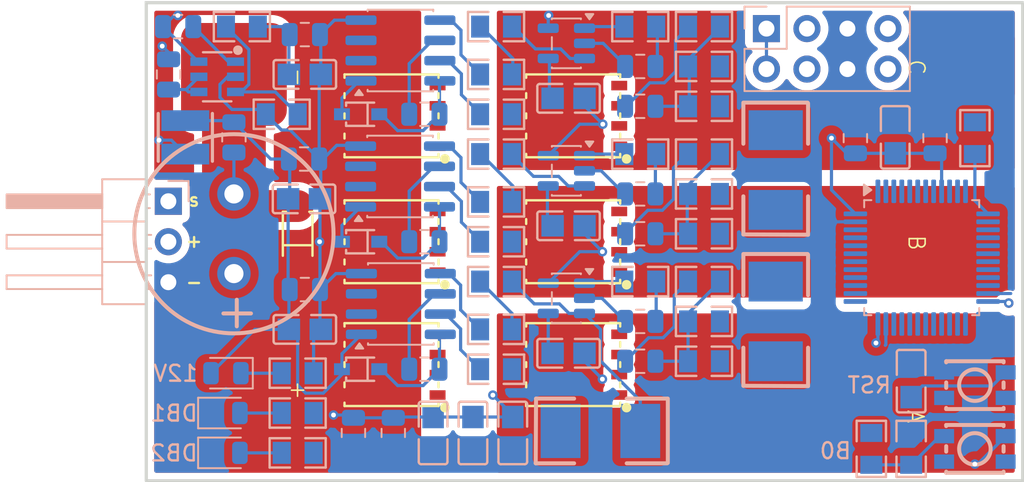
<source format=kicad_pcb>
(kicad_pcb (version 20241229) (generator "pcbnew") (generator_version "9.0")
  (layers (0 "F.Cu" jumper) (4 "In1.Cu" signal) (6 "In2.Cu" signal) (2 "B.Cu" power) (13 "F.Paste" user) (15 "B.Paste" user) (5 "F.SilkS" user "F.Silkscreen") (7 "B.SilkS" user "B.Silkscreen") (1 "F.Mask" user) (3 "B.Mask" user) (25 "Edge.Cuts" user))
  (net 0 "")
  (net 1 "/ESC1/-ESC")
  (net 2 "/ESC1/+ESC")
  (net 3 "/ESC1/+12V")
  (net 4 "Net-(BOOT0_SW1-Pad2)")
  (net 5 "/ESC1/+3V3MCU")
  (net 6 "Net-(D8-K)")
  (net 7 "/ESC1/A_Phase")
  (net 8 "/ESC1/MCU_AI")
  (net 9 "Net-(U8-GND)")
  (net 10 "Net-(C19-Pad2)")
  (net 11 "/ESC1/B_Phase")
  (net 12 "Net-(D10-K)")
  (net 13 "Net-(C25-Pad2)")
  (net 14 "/ESC1/MCU_BI")
  (net 15 "Net-(U4-GND)")
  (net 16 "/ESC1/-3V3MCU")
  (net 17 "/ESC1/NRST")
  (net 18 "Net-(D12-K)")
  (net 19 "/ESC1/C_Phase")
  (net 20 "Net-(C49-Pad2)")
  (net 21 "/ESC1/MCU_CI")
  (net 22 "Net-(U9-GND)")
  (net 23 "Net-(D14-A)")
  (net 24 "Net-(D15-A)")
  (net 25 "Net-(D17-K)")
  (net 26 "/ESC1/SIG_ESC")
  (net 27 "Net-(NMOS1-G)")
  (net 28 "Net-(NMOS2-S)")
  (net 29 "Net-(NMOS2-G)")
  (net 30 "Net-(NMOS3-G)")
  (net 31 "Net-(NMOS4-G)")
  (net 32 "Net-(NMOS4-S)")
  (net 33 "Net-(NMOS5-G)")
  (net 34 "Net-(NMOS6-S)")
  (net 35 "Net-(NMOS6-G)")
  (net 36 "Net-(U7-HO)")
  (net 37 "Net-(U7-LO)")
  (net 38 "Net-(R15-Pad1)")
  (net 39 "Net-(U1-HO)")
  (net 40 "Net-(U1-LO)")
  (net 41 "Net-(R22-Pad1)")
  (net 42 "Net-(U6-HO)")
  (net 43 "Net-(U6-LO)")
  (net 44 "Net-(R29-Pad1)")
  (net 45 "Net-(U13-BOOT0)")
  (net 46 "Net-(U13-PA0)")
  (net 47 "Net-(U13-PA1)")
  (net 48 "Net-(U13-PA3)")
  (net 49 "/ESC1/MCU_AFB")
  (net 50 "/ESC1/MCU_BFB")
  (net 51 "/ESC1/MCU_CFB")
  (net 52 "/ESC1/SWCLK")
  (net 54 "/ESC1/SWDIO")
  (net 55 "/ESC1/MCU_BH")
  (net 56 "/ESC1/MCU_BL")
  (net 57 "/ESC1/MCU_CH")
  (net 58 "/ESC1/MCU_CL")
  (net 59 "/ESC1/MCU_AL")
  (net 60 "/ESC1/MCU_AH")
  (net 67 "/ESC1/SWO")
  (net 82 "/ESC1/BUCK_FB")
  (net 83 "/ESC1/BUCK_SW")
  (net 84 "Net-(12V_SD1-EN)")
  (net 85 "Net-(12V_SD1-CB)")
  (footprint "easyeda2kicad:DFN-8_L5.9-W5.2-P1.27-LS6.2-BL" (layer "F.Cu") (at 48.26 145.21 90)
    (property "Reference" "NMOS2" (hide yes))
    (property "Value" "HYG025N06LS1C2" (hide yes))
  )
  (footprint "easyeda2kicad:SOD-123FL_L2.7-W1.8-LS3.8-RD" (layer "F.Cu") (at 31 137 90)
    (property "Reference" "TVS1" (hide yes))
    (property "Value" "SMF30A" (hide yes))
  )
  (footprint "easyeda2kicad:DFN-8_L5.9-W5.2-P1.27-LS6.2-BL" (layer "F.Cu") (at 36.86 145.21 90)
    (property "Reference" "NMOS1" (hide yes))
    (property "Value" "HYG025N06LS1C2" (hide yes))
  )
  (footprint "easyeda2kicad:DFN-8_L5.9-W5.2-P1.27-LS6.2-BL" (layer "F.Cu") (at 48.26 137.5 90)
    (property "Reference" "NMOS4" (hide yes))
    (property "Value" "HYG025N06LS1C2" (hide yes))
  )
  (footprint "CustomFPs:Battery Inputs" (layer "F.Cu") (at 27 137 90)
    (property "Reference" "J3" (hide yes))
    (property "Value" "Pad Terminals" (hide yes))
  )
  (footprint "easyeda2kicad:DFN-8_L5.9-W5.2-P1.27-LS6.2-BL" (layer "F.Cu") (at 36.86 137.5 90)
    (property "Reference" "NMOS3" (hide yes))
    (property "Value" "HYG025N06LS1C2" (hide yes))
  )
  (footprint "easyeda2kicad:DFN-8_L5.9-W5.2-P1.27-LS6.2-BL" (layer "F.Cu") (at 36.86 129.6 90)
    (property "Reference" "NMOS5" (hide yes))
    (property "Value" "HYG025N06LS1C2" (hide yes))
  )
  (footprint "CustomFPs:ESC Outputs" (layer "F.Cu") (at 73.4325 137.4762 90)
    (property "Reference" "J2" (hide yes))
    (property "Value" "Phase Outputs" (hide yes))
  )
  (footprint "easyeda2kicad:DFN-8_L5.9-W5.2-P1.27-LS6.2-BL" (layer "F.Cu") (at 48.26 129.6 90)
    (property "Reference" "NMOS6" (hide yes))
    (property "Value" "HYG025N06LS1C2" (hide yes))
  )
  (footprint "easyeda2kicad:CAP-TH_BD12.5-P5.00-D0.6-FD" (layer "B.Cu") (at 27 137 90)
    (property "Reference" "C30" (hide yes))
    (property "Value" "1000u")
  )
  (footprint "easyeda2kicad:C0805" (layer "B.Cu") (at 39.5 149.5 -90)
    (property "Reference" "C33" (hide yes))
    (property "Value" "100n" (hide yes))
  )
  (footprint "Package_QFP:LQFP-48_7x7mm_P0.5mm" (layer "B.Cu") (at 70.1625 138.5 -90)
    (property "Reference" "U13" (hide yes))
    (property "Value" "STM32F3")
  )
  (footprint "Capacitor_SMD:C_0805_2012Metric" (layer "B.Cu") (at 38.95 145.5 180)
    (property "Reference" "C16" (hide yes))
    (property "Value" "1u" (hide yes))
  )
  (footprint "Capacitor_SMD:C_0805_2012Metric" (layer "B.Cu") (at 38.95 137.5 180)
    (property "Reference" "C22" (hide yes))
    (property "Value" "1u" (hide yes))
  )
  (footprint "easyeda2kicad:R0805" (layer "B.Cu") (at 27.5 124 180)
    (property "Reference" "R39" (hide yes))
    (property "Value" "243" (hide yes))
  )
  (footprint "Capacitor_SMD:C_0805_2012Metric" (layer "B.Cu") (at 71 131 90)
    (property "Reference" "C36" (hide yes))
    (property "Value" "1u" (hide yes))
  )
  (footprint "easyeda2kicad:R0805" (layer "B.Cu") (at 69.5 150.5 -90)
    (property "Reference" "R31" (hide yes))
    (property "Value" "47k" (hide yes))
  )
  (footprint "easyeda2kicad:R0805" (layer "B.Cu") (at 52.5 140)
    (property "Reference" "R15" (hide yes))
    (property "Value" "220" (hide yes))
  )
  (footprint "easyeda2kicad:R0805" (layer "B.Cu") (at 43.45 124)
    (property "Reference" "R25" (hide yes))
    (property "Value" "47k" (hide yes))
  )
  (footprint "LED_SMD:LED_0805_2012Metric" (layer "B.Cu") (at 26.4375 150.75)
    (property "Reference" "D15" (hide yes))
    (property "Value" "LED" (hide yes))
  )
  (footprint "Capacitor_SMD:C_0805_2012Metric" (layer "B.Cu") (at 52.5 129)
    (property "Reference" "C49" (hide yes))
    (property "Value" "22n" (hide yes))
  )
  (footprint "easyeda2kicad:R0805" (layer "B.Cu") (at 30 129.5 180)
    (property "Reference" "R40" (hide yes))
    (property "Value" "22.1" (hide yes))
  )
  (footprint "Capacitor_SMD:C_0805_2012Metric" (layer "B.Cu") (at 52.5 137)
    (property "Reference" "C25" (hide yes))
    (property "Value" "22n" (hide yes))
  )
  (footprint "easyeda2kicad:R0805" (layer "B.Cu") (at 43.45 140)
    (property "Reference" "R11" (hide yes))
    (property "Value" "47k" (hide yes))
  )
  (footprint "easyeda2kicad:C0805" (layer "B.Cu") (at 69.5 146.25 -90)
    (property "Reference" "C39" (hide yes))
    (property "Value" "100n" (hide yes))
  )
  (footprint "easyeda2kicad:R0805" (layer "B.Cu") (at 31 145.75)
    (property "Reference" "R35" (hide yes))
    (property "Value" "5k" (hide yes))
  )
  (footprint "easyeda2kicad:R0805" (layer "B.Cu") (at 56.5 145)
    (property "Reference" "R36" (hide yes))
    (property "Value" "220" (hide yes))
  )
  (footprint "Capacitor_SMD:C_0805_2012Metric" (layer "B.Cu") (at 52.5 126.5 180)
    (property "Reference" "C51" (hide yes))
    (property "Value" "22n" (hide yes))
  )
  (footprint "Capacitor_SMD:C_0805_2012Metric" (layer "B.Cu") (at 34.5 149.5 -90)
    (property "Reference" "C31" (hide yes))
    (property "Value" "10u" (hide yes))
  )
  (footprint "Capacitor_SMD:C_0805_2012Metric" (layer "B.Cu") (at 31.45 140.5)
    (property "Reference" "C24" (hide yes))
    (property "Value" "1u" (hide yes))
  )
  (footprint "Capacitor_SMD:C_0805_2012Metric" (layer "B.Cu") (at 38.95 129.5 180)
    (property "Reference" "C41" (hide yes))
    (property "Value" "1u" (hide yes))
  )
  (footprint "Package_TO_SOT_SMD:SOT-23-5" (layer "B.Cu") (at 47.8625 141.05 180)
    (property "Reference" "U8" (hide yes))
    (property "Value" "INA180A3" (hide yes))
  )
  (footprint "easyeda2kicad:R0805" (layer "B.Cu") (at 31 148.25 180)
    (property "Reference" "R32" (hide yes))
    (property "Value" "220" (hide yes))
  )
  (footprint "easyeda2kicad:C0805" (layer "B.Cu") (at 68.5 130.95 90)
    (property "Reference" "C37" (hide yes))
    (property "Value" "100n" (hide yes))
  )
  (footprint "easyeda2kicad:R0805" (layer "B.Cu") (at 56.5 129)
    (property "Reference" "R38" (hide yes))
    (property "Value" "220" (hide yes))
  )
  (footprint "easyeda2kicad:R0805" (layer "B.Cu") (at 43.45 129.5)
    (property "Reference" "R23" (hide yes))
    (property "Value" "10" (hide yes))
  )
  (footprint "easyeda2kicad:R0805" (layer "B.Cu") (at 43.45 135)
    (property "Reference" "R17" (hide yes))
    (property "Value" "10" (hide yes))
  )
  (footprint "Package_SO:SOIC-8_3.9x4.9mm_P1.27mm" (layer "B.Cu") (at 37.45 125.5)
    (property "Reference" "U6" (hide yes))
    (property "Value" "IRS21867S" (hide yes))
  )
  (footprint "Capacitor_SMD:C_0805_2012Metric" (layer "B.Cu") (at 66 131 90)
    (property "Reference" "C38" (hide yes))
    (property "Value" "10n" (hide yes))
  )
  (footprint "Capacitor_SMD:C_0805_2012Metric" (layer "B.Cu") (at 23.5 124)
    (property "Reference" "C43" (hide yes))
    (property "Value" "100n" (hide yes))
  )
  (footprint "easyeda2kicad:SOT-23-6_L2.9-W1.6-P0.95-LS2.8-BL" (layer "B.Cu") (at 25.95 127.15 -90)
    (property "Reference" "12V_SD1" (hide yes))
    (property "Value" "TPS560430" (hide yes))
  )
  (footprint "Package_TO_SOT_SMD:SOT-23-5" (layer "B.Cu") (at 47.8625 133.05 180)
    (property "Reference" "U4" (hide yes))
    (property "Value" "INA180A3" (hide yes))
  )
  (footprint "easyeda2kicad:C0805" (layer "B.Cu") (at 48 144.5 180)
    (property "Reference" "C17" (hide yes))
    (property "Value" "100n" (hide yes))
  )
  (footprint "Capacitor_SMD:C_0805_2012Metric" (layer "B.Cu") (at 27 130.95 -90)
    (property "Reference" "C45" (hide yes))
    (property "Value" "10u" (hide yes))
  )
  (footprint "easyeda2kicad:R0805" (layer "B.Cu") (at 56.5 140)
    (property "Reference" "R13" (hide yes))
    (property "Value" "5k" (hide yes))
  )
  (footprint "easyeda2kicad:C0805" (layer "B.Cu") (at 42 149.5 -90)
    (property "Reference" "C35" (hide yes))
    (property "Value" "100n" (hide yes))
  )
  (footprint "easyeda2kicad:R0805" (layer "B.Cu") (at 56.5 134.5)
    (property "Reference" "R21" (hide yes))
    (property "Value" "36k" (hide yes))
  )
  (footprint "easyeda2kicad:IND-SMD_L3.0-W3.0_LQH3NPN2R2NG0L" (layer "B.Cu") (at 23.95 130.95 90)
    (property "Reference" "L6" (hide yes))
    (property "Value" "33u" (hide yes))
  )
  (footprint "easyeda2kicad:R0805" (layer "B.Cu") (at 56.5 126.5)
    (property "Reference" "R28" (hide yes))
    (property "Value" "36k" (hide yes))
  )
  (footprint "easyeda2kicad:C0805" (layer "B.Cu") (at 31.45 127)
    (property "Reference" "C28" (hide yes))
    (property "Value" "100n" (hide yes))
  )
  (footprint "easyeda2kicad:R0805" (layer "B.Cu") (at 43.45 137.5)
    (property "Reference" "R16" (hide yes))
    (property "Value" "10" (hide yes))
  )
  (footprint "Capacitor_SMD:C_0805_2012Metric" (layer "B.Cu") (at 37 149.5 -90)
    (property "Reference" "C32" (hide yes))
    (property "Value" "1u" (hide yes))
  )
  (footprint "Capacitor_SMD:C_0805_2012Metric" (layer "B.Cu") (at 22.9 127 90)
    (property "Reference" "C42" (hide yes))
    (property "Value" "2.2u" (hide yes))
  )
  (footprint "easyeda2kicad:C0805" (layer "B.Cu") (at 31.4 134.81)
    (property "Reference" "C20" (hide yes))
    (property "Value" "100n" (hide yes))
  )
  (footprint "Package_SO:SOIC-8_3.9x4.9mm_P1.27mm" (layer "B.Cu") (at 37.425 133.405)
    (property "Reference" "U1" (hide yes))
    (property "Value" "IRS21867S" (hide yes))
  )
  (footprint "Capacitor_SMD:C_0805_2012Metric" (layer "B.Cu") (at 52.5 142.5 180)
    (property "Reference" "C18" (hide yes))
    (property "Value" "22n" (hide yes))
  )
  (footprint "easyeda2kicad:SOD-323_L1.8-W1.3-LS2.5-RD" (layer "B.Cu") (at 34.95 129.5 180)
    (property "Reference" "D12" (hide yes))
    (property "Value" "1N5819WS" (hide yes))
  )
  (footprint "easyeda2kicad:SOD-323_L1.8-W1.3-LS2.5-RD" (layer "B.Cu") (at 34.95 145.5 180)
    (property "Reference" "D8" (hide yes))
    (property "Value" "1N5819WS" (hide yes))
  )
  (footprint "easyeda2kicad:R0805" (layer "B.Cu") (at 56.5 137)
    (property "Reference" "R37" (hide yes))
    (property "Value" "220" (hide yes))
  )
  (footprint "easyeda2kicad:R0805" (layer "B.Cu") (at 43.45 127)
    (property "Reference" "R24" (hide yes))
    (property "Value" "10" (hide yes))
  )
  (footprint "Capacitor_SMD:C_0805_2012Metric" (layer "B.Cu") (at 52.5 134.5 180)
    (property "Reference" "C27" (hide yes))
    (property "Value" "22n" (hide yes))
  )
  (footprint "LED_SMD:LED_0805_2012Metric" (layer "B.Cu") (at 26.4375 148.25)
    (property "Reference" "D14" (hide yes))
    (property "Value" "LED" (hide yes))
  )
  (footprint "easyeda2kicad:C0805" (layer "B.Cu") (at 31.45 143)
    (property "Reference" "C15" (hide yes))
    (property "Value" "100n" (hide yes))
  )
  (footprint "easyeda2kicad:R0805" (layer "B.Cu") (at 73.5 131 90)
    (property "Reference" "R34" (hide yes))
    (property "Value" "220" (hide yes))
  )
  (footprint "Capacitor_SMD:C_0805_2012Metric" (layer "B.Cu") (at 31.45 124.5)
    (property "Reference" "C23" (hide yes))
    (property "Value" "1u" (hide yes))
  )
  (footprint "easyeda2kicad:R0805" (layer "B.Cu") (at 56.5 132)
    (property "Reference" "R20" (hide yes))
    (property "Value" "5k" (hide yes))
  )
  (footprint "easyeda2kicad:R0805" (layer "B.Cu") (at 52.5 132)
    (property "Reference" "R22" (hide yes))
    (property "Value" "220" (hide yes))
  )
  (footprint "easyeda2kicad:RES-SMD_L6.4-W3.2_LRS2512" (layer "B.Cu") (at 61 133 -90)
    (property "Reference" "R26" (hide yes))
    (property "Value" "6E-4" (hide yes))
  )
  (footprint "easyeda2kicad:R0805" (layer "B.Cu") (at 31 150.75 180)
    (property "Reference" "R33" (hide yes))
    (property "Value" "220" (hide yes))
  )
  (footprint "easyeda2kicad:C0805" (layer "B.Cu") (at 48 136.5 180)
    (property "Reference" "C26" (hide yes))
    (property "Value" "100n" (hide yes))
  )
  (footprint "easyeda2kicad:C0805" (layer "B.Cu") (at 44.5 149.5 -90)
    (property "Reference" "C34" (hide yes))
    (property "Value" "100n" (hide yes))
  )
  (footprint "easyeda2kicad:RES-SMD_L6.4-W3.2_LRS2512" (layer "B.Cu") (at 61 142.5 -90)
    (property "Reference" "R19" (hide yes))
    (property "Value" "6E-4" (hide yes))
  )
  (footprint "easyeda2kicad:SW-SMD_4P-L3.5-W3.0-P1.50-LS4.7" (layer "B.Cu") (at 73.5 150.5 180)
    (property "Reference" "B0")
    (property "Value" "BOOT_Push" (hide yes))
  )
  (footprint "easyeda2kicad:SOD-323_L1.8-W1.3-LS2.5-RD" (layer "B.Cu") (at 34.95 137.5 180)
    (property "Reference" "D10" (hide yes))
    (property "Value" "1N5819WS" (hide yes))
  )
  (footprint "easyeda2kicad:SW-SMD_4P-L3.5-W3.0-P1.50-LS4.7" (layer "B.Cu") (at 73.5 146.5 180)
    (property "Reference" "RST")
    (property "Value" "NRST_Push" (hide yes))
  )
  (footprint "easyeda2kicad:R0805" (layer "B.Cu") (at 43.45 145.5)
    (property "Reference" "R9" (hide yes))
    (property "Value" "10" (hide yes))
  )
  (footprint "Package_SO:SOIC-8_3.9x4.9mm_P1.27mm" (layer "B.Cu") (at 37.475 141.405)
    (property "Reference" "U7" (hide yes))
    (property "Value" "IRS21867S" (hide yes))
  )
  (footprint "Package_TO_SOT_SMD:SOT-23-5" (layer "B.Cu") (at 47.8625 125.05 180)
    (property "Reference" "U9" (hide yes))
    (property "Value" "INA180A3" (hide yes))
  )
  (footprint "LED_SMD:LED_0805_2012Metric" (layer "B.Cu") (at 26.5 145.75 180)
    (property "Reference" "D17" (hide yes))
    (property "Value" "BuckLED" (hide yes))
  )
  (footprint "easyeda2kicad:R0805" (layer "B.Cu") (at 56.5 124)
    (property "Reference" "R27" (hide yes))
    (property "Value" "5k" (hide yes))
  )
  (footprint "Connector_PinHeader_2.54mm:PinHeader_2x04_P2.54mm_Vertical" (layer "B.Cu") (at 60.42 124.125 -90)
    (property "Reference" "ST-Link1" (hide yes))
    (property "Value" "ST-Conn" (hide yes))
  )
  (footprint "Capacitor_SMD:C_0805_2012Metric" (layer "B.Cu") (at 52.5 145)
    (property "Reference" "C19" (hide yes))
    (property "Value" "22n" (hide yes))
  )
  (footprint "easyeda2kicad:R0805" (layer "B.Cu") (at 56.5 142.5)
    (property "Reference" "R12" (hide yes))
    (property "Value" "36k" (hide yes))
  )
  (footprint "easyeda2kicad:R0805" (layer "B.Cu") (at 52.5 124)
    (property "Reference" "R29" (hide yes))
    (property "Value" "220" (hide yes))
  )
  (footprint "easyeda2kicad:RES-SMD_L6.4-W3.2_LRS2512" (layer "B.Cu") (at 50 149.375 180)
    (property "Reference" "R14" (hide yes))
    (property "Value" "6E-4" (hide yes))
  )
  (footprint "Connector_PinHeader_2.54mm:PinHeader_1x03_P2.54mm_Horizontal" (layer "B.Cu") (at 22.885 134.96 180)
    (property "Reference" "J4" (hide yes))
    (property "Value" "Signal" (hide yes))
  )
  (footprint "easyeda2kicad:C0805" (layer "B.Cu") (at 48 128.5 180)
    (property "Reference" "C50" (hide yes))
    (property "Value" "100n" (hide yes))
  )
  (footprint "easyeda2kicad:R0805" (layer "B.Cu") (at 43.45 143)
    (property "Reference" "R10" (hide yes))
    (property "Value" "10" (hide yes))
  )
  (footprint "easyeda2kicad:R0805" (layer "B.Cu") (at 43.45 132)
    (property "Reference" "R18" (hide yes))
    (property "Value" "47k" (hide yes))
  )
  (footprint "easyeda2kicad:R0805" (layer "B.Cu") (at 67 150.5 90)
    (property "Reference" "R30" (hide yes))
    (property "Value" "5k" (hide yes))
  )
  (footprint "Capacitor_SMD:C_0805_2012Metric" (layer "B.Cu") (at 31.4 132.31)
    (property "Reference" "C21" (hide yes))
    (property "Value" "1u" (hide yes))
  )
  (gr_rect (start 21.5 122.5) (end 76.5 152.5) (stroke (width 0.2)) (fill no) (layer "Edge.Cuts"))
  (gr_text "s\n\n+\n\n-" (at 24.5 140.5 0) (layer "F.SilkS") (effects (font (size 0.8 0.8) (thickness 0.15) (bold yes)) (justify bottom)))
  (gr_text "12V" (at 24.8125 146.35175 0) (layer "B.SilkS") (effects (font (size 1 1)) (justify left bottom mirror)))
  (gr_text "DB1" (at 24.8125 148.85175 0) (layer "B.SilkS") (effects (font (size 1 1)) (justify left bottom mirror)))
  (gr_text "DB2" (at 24.8125 151.35175 0) (layer "B.SilkS") (effects (font (size 1 1)) (justify left bottom mirror)))
  (segment (start 31 135.26) (end 27.76 135.26) (width 2) (layer "F.Cu") (net 1))
  (segment (start 27.76 135.26) (end 27 134.5) (width 2) (layer "F.Cu") (net 1))
  (segment (start 27 134.5) (end 27 127) (width 4) (layer "F.Cu") (net 1))
  (segment (start 51.55 145) (end 53.024 143.526) (width 0.2) (layer "B.Cu") (net 1))
  (segment (start 52.974 135.526) (end 53.88516 135.526) (width 0.2) (layer "B.Cu") (net 1))
  (segment (start 33.45 131.45) (end 32.45 132.45) (width 0.2) (layer "B.Cu") (net 1))
  (segment (start 53.88516 135.526) (end 54.584 134.82716) (width 0.2) (layer "B.Cu") (net 1))
  (segment (start 51.5 137) (end 52.974 135.526) (width 0.2) (layer "B.Cu") (net 1))
  (segment (start 35 139.5) (end 33.4 139.5) (width 0.2) (layer "B.Cu") (net 1))
  (segment (start 30.531 130.491) (end 29.991 130.491) (width 0.2) (layer "B.Cu") (net 1))
  (segment (start 26.875 129.199) (end 28.699 129.199) (width 0.2) (layer "B.Cu") (net 1))
  (segment (start 54.634 142.82716) (end 54.634 140.866) (width 0.2) (layer "B.Cu") (net 1))
  (segment (start 32.375 137.625) (end 32.4 137.65) (width 0.2) (layer "B.Cu") (net 1))
  (segment (start 33.305 123.595) (end 32.45 124.45) (width 0.2) (layer "B.Cu") (net 1))
  (segment (start 32.45 132.45) (end 32.45 134.9) (width 0.2) (layer "B.Cu") (net 1))
  (segment (start 46.725 142) (end 46.725 144.225) (width 0.2) (layer "B.Cu") (net 1))
  (segment (start 22.9 125.625) (end 22.5 125.225) (width 0.2) (layer "B.Cu") (net 1))
  (segment (start 53.024 143.526) (end 53.93516 143.526) (width 0.2) (layer "B.Cu") (net 1))
  (segment (start 32 145.75) (end 32 143.45) (width 0.2) (layer "B.Cu") (net 1))
  (segment (start 32.4 134.81) (end 32.4 137.475) (width 0.2) (layer "B.Cu") (net 1))
  (segment (start 54.584 134.82716) (end 54.584 132.866) (width 0.2) (layer "B.Cu") (net 1))
  (segment (start 33.4 139.5) (end 32.4 140.5) (width 0.2) (layer "B.Cu") (net 1))
  (segment (start 32.375 137.5) (end 32.375 137.625) (width 0.2) (layer "B.Cu") (net 1))
  (segment (start 32.4 137.65) (end 32.4 140.5) (width 0.2) (layer "B.Cu") (net 1))
  (segment (start 26.125 127.625) (end 26.125 128.449) (width 0.2) (layer "B.Cu") (net 1))
  (segment (start 22.9 126.05) (end 22.9 125.625) (width 0.2) (layer "B.Cu") (net 1))
  (segment (start 32.4 142.95) (end 32.45 143) (width 0.2) (layer "B.Cu") (net 1))
  (segment (start 32.35 132.31) (end 30.531 130.491) (width 0.2) (layer "B.Cu") (net 1))
  (segment (start 32 143.45) (end 32.45 143) (width 0.2) (layer "B.Cu") (net 1))
  (segment (start 32.35 132.31) (end 32.35 127.1) (width 0.2) (layer "B.Cu") (net 1))
  (segment (start 46.725 144.225) (end 47 144.5) (width 0.2) (layer "B.Cu") (net 1))
  (segment (start 53.93516 143.526) (end 54.634 142.82716) (width 0.2) (layer "B.Cu") (net 1))
  (segment (start 27 131.9) (end 27 134.5) (width 0.2) (layer "B.Cu") (net 1))
  (segment (start 46.8 126) (end 46.8 128.225) (width 0.2) (layer "B.Cu") (net 1))
  (segment (start 32.35 127.1) (end 32.45 127) (width 0.2) (layer "B.Cu") (net 1))
  (segment (start 54.709 126.82716) (end 54.709 124.866) (width 0.2) (layer "B.Cu") (net 1))
  (segment (start 46.675 134) (end 46.675 136.225) (width 0.2) (layer "B.Cu") (net 1))
  (segment (start 54.584 132.866) (end 55.45 132) (width 0.2) (layer "B.Cu") (net 1))
  (segment (start 46.775 136.225) (end 47.05 136.5) (width 0.2) (layer "B.Cu") (net 1))
  (segment (start 32.4 140.5) (end 32.4 142.95) (width 0.2) (layer "B.Cu") (net 1))
  (segment (start 54.709 124.866) (end 55.575 124) (width 0.2) (layer "B.Cu") (net 1))
  (segment (start 28.699 129.199) (end 29 129.5) (width 0.2) (layer "B.Cu") (net 1))
  (segment (start 34.975 123.595) (end 33.305 123.595) (width 0.2) (layer "B.Cu") (net 1))
  (segment (start 35.05 131.45) (end 33.45 131.45) (width 0.2) (layer "B.Cu") (net 1))
  (segment (start 29.991 130.491) (end 29 129.5) (width 0.2) (layer "B.Cu") (net 1))
  (segment (start 32.4 137.475) (end 32.375 137.5) (width 0.2) (layer "B.Cu") (net 1))
  (segment (start 32.45 124.45) (end 32.45 126.9) (width 0.2) (layer "B.Cu") (net 1))
  (segment (start 54.01016 127.526) (end 54.709 126.82716) (width 0.2) (layer "B.Cu") (net 1))
  (segment (start 53.099 127.526) (end 54.01016 127.526) (width 0.2) (layer "B.Cu") (net 1))
  (segment (start 51.625 129) (end 53.099 127.526) (width 0.2) (layer "B.Cu") (net 1))
  (segment (start 27.1 127.15) (end 26.6 127.15) (width 0.2) (layer "B.Cu") (net 1))
  (segment (start 54.634 140.866) (end 55.5 140) (width 0.2) (layer "B.Cu") (net 1))
  (segment (start 26.125 128.449) (end 26.875 129.199) (width 0.2) (layer "B.Cu") (net 1))
  (segment (start 26.6 127.15) (end 26.125 127.625) (width 0.2) (layer "B.Cu") (net 1))
  (via blind (at 32.375 137.5) (size 0.6) (drill 0.3) (layers "In1.Cu" "B.Cu") (net 1))
  (via blind (at 22.5 125.225) (size 0.6) (drill 0.3) (layers "In1.Cu" "B.Cu") (net 1))
  (segment (start 27 139.5) (end 27 147) (width 4) (layer "F.Cu") (net 2))
  (segment (start 30.45 127) (end 30.45 124.55) (width 0.2) (layer "B.Cu") (net 3))
  (segment (start 33.78 136.48) (end 33.78 137.5) (width 0.2) (layer "B.Cu") (net 3))
  (segment (start 33.78 128.48) (end 33.78 129.5) (width 0.2) (layer "B.Cu") (net 3))
  (segment (start 28.5 124) (end 30 124) (width 0.2) (layer "B.Cu") (net 3))
  (segment (start 30.5 140.5) (end 30.5 140.75) (width 0.2) (layer "B.Cu") (net 3))
  (segment (start 30.5 132.75) (end 30.5 134.95) (width 0.2) (layer "B.Cu") (net 3))
  (segment (start 26.9 129.9) (end 27 130) (width 0.2) (layer "B.Cu") (net 3))
  (segment (start 30.45 140.8) (end 30.45 143) (width 0.2) (layer "B.Cu") (net 3))
  (segment (start 35 143.31) (end 33.78 144.53) (width 0.2) (layer "B.Cu") (net 3))
  (segment (start 30.45 124.55) (end 30.5 124.5) (width 0.2) (layer "B.Cu") (net 3))
  (segment (start 33.78 145.5) (end 33.78 145.827) (width 0.2) (layer "B.Cu") (net 3))
  (segment (start 29.31 132.31) (end 27 130) (width 0.2) (layer "B.Cu") (net 3))
  (segment (start 32.607 147) (end 31.5 147) (width 0.2) (layer "B.Cu") (net 3))
  (segment (start 30.4 134.81) (end 30.4 140.4) (width 0.2) (layer "B.Cu") (net 3))
  (segment (start 33.78 144.53) (end 33.78 145.5) (width 0.2) (layer "B.Cu") (net 3))
  (segment (start 30.4 140.4) (end 30.5 140.5) (width 0.2) (layer "B.Cu") (net 3))
  (segment (start 30.45 132.31) (end 29.31 132.31) (width 0.2) (layer "B.Cu") (net 3))
  (segment (start 34.95 135.31) (end 33.78 136.48) (width 0.2) (layer "B.Cu") (net 3))
  (segment (start 23.95 129.9) (end 26.9 129.9) (width 0.2) (layer "B.Cu") (net 3))
  (segment (start 30.45 143) (end 28.3125 143) (width 0.2) (layer "B.Cu") (net 3))
  (segment (start 31 146.5) (end 31 143.55) (width 0.2) (layer "B.Cu") (net 3))
  (segment (start 34.95 127.31) (end 33.78 128.48) (width 0.2) (layer "B.Cu") (net 3))
  (segment (start 30.5 140.75) (end 30.45 140.8) (width 0.2) (layer "B.Cu") (net 3))
  (segment (start 31 143.55) (end 30.45 143) (width 0.2) (layer "B.Cu") (net 3))
  (segment (start 30 124) (end 30.5 124.5) (width 0.2) (layer "B.Cu") (net 3))
  (segment (start 28.3125 143) (end 25.5625 145.75) (width 0.2) (layer "B.Cu") (net 3))
  (segment (start 30.55 132.45) (end 30.55 132.7) (width 0.2) (layer "B.Cu") (net 3))
  (segment (start 33.78 145.827) (end 32.607 147) (width 0.2) (layer "B.Cu") (net 3))
  (segment (start 31.5 147) (end 31 146.5) (width 0.2) (layer "B.Cu") (net 3))
  (segment (start 67 151.5) (end 69.5 151.5) (width 0.2) (layer "B.Cu") (net 4))
  (segment (start 71.3 149.7) (end 71.57 149.7) (width 0.2) (layer "B.Cu") (net 4))
  (segment (start 69.5 151.5) (end 71.3 149.7) (width 0.2) (layer "B.Cu") (net 4))
  (via (at 75.625 141.35) (size 0.6) (drill 0.3) (layers "F.Cu" "B.Cu") (net 5))
  (segment (start 66 131.95) (end 65.45 131.95) (width 0.2) (layer "B.Cu") (net 5))
  (segment (start 64.5 134.25) (end 64.5 131) (width 0.2) (layer "B.Cu") (net 5))
  (segment (start 44.5 148.5) (end 44.5 148.375) (width 0.2) (layer "B.Cu") (net 5))
  (segment (start 46.725 123.325) (end 46.75 123.3) (width 0.2) (layer "B.Cu") (net 5))
  (segment (start 75.525 141.25) (end 75.625 141.35) (width 0.2) (layer "B.Cu") (net 5))
  (segment (start 46.725 132.1) (end 48.7 130.125) (width 0.2) (layer "B.Cu") (net 5))
  (segment (start 65.45 131.95) (end 64.5 131) (width 0.2) (layer "B.Cu") (net 5))
  (segment (start 48.974998 136.5) (end 48.974998 136.974998) (width 0.2) (layer "B.Cu") (net 5))
  (segment (start 60.42 124.125) (end 60.42 126.5) (width 0.2) (layer "B.Cu") (net 5))
  (segment (start 48.974998 136.974998) (end 50.125 138.125) (width 0.2) (layer "B.Cu") (net 5))
  (segment (start 71.4125 134.3375) (end 71.4125 132.3625) (width 0.2) (layer "B.Cu") (net 5))
  (segment (start 46.725 124.1) (end 46.725 123.325) (width 0.2) (layer "B.Cu") (net 5))
  (segment (start 33.25 148.375) (end 34.325 148.375) (width 0.2) (layer "B.Cu") (net 5))
  (segment (start 74.325 141.25) (end 75.525 141.25) (width 0.2) (layer "B.Cu") (net 5))
  (segment (start 48.974998 144.974998) (end 50.125 146.125) (width 0.2) (layer "B.Cu") (net 5))
  (segment (start 49 128.974998) (end 50.150002 130.125) (width 0.2) (layer "B.Cu") (net 5))
  (segment (start 67.4125 143.734893) (end 67.292914 143.854479) (width 0.2) (layer "B.Cu") (net 5))
  (segment (start 73.67755 151.45245) (end 73.5 151.45245) (width 0.2) (layer "B.Cu") (net 5))
  (segment (start 71.4125 132.3625) (end 71 131.95) (width 0.2) (layer "B.Cu") (net 5))
  (segment (start 37.45 148.55) (end 37.5 148.5) (width 0.2) (layer "B.Cu") (net 5))
  (segment (start 49 128.5) (end 49 128.974998) (width 0.2) (layer "B.Cu") (net 5))
  (segment (start 42 148.5) (end 44.5 148.5) (width 0.2) (layer "B.Cu") (net 5))
  (segment (start 37.5 148.5) (end 42 148.5) (width 0.2) (layer "B.Cu") (net 5))
  (segment (start 66 135.75) (end 64.5 134.25) (width 0.2) (layer "B.Cu") (net 5))
  (segment (start 75.43 149.7) (end 73.67755 151.45245) (width 0.2) (layer "B.Cu") (net 5))
  (segment (start 44.5 148.375) (end 43.25 147.125) (width 0.2) (layer "B.Cu") (net 5))
  (segment (start 46.725 140.1) (end 48.7 138.125) (width 0.2) (layer "B.Cu") (net 5))
  (segment (start 37 148.55) (end 37.45 148.55) (width 0.2) (layer "B.Cu") (net 5))
  (segment (start 48.7 138.125) (end 50.125 138.125) (width 0.2) (layer "B.Cu") (net 5))
  (segment (start 34.5 148.55) (end 37 148.55) (width 0.2) (layer "B.Cu") (net 5))
  (segment (start 48.7 130.125) (end 50.150002 130.125) (width 0.2) (layer "B.Cu") (net 5))
  (segment (start 34.325 148.375) (end 34.5 148.55) (width 0.2) (layer "B.Cu") (net 5))
  (segment (start 48.974998 144.5) (end 48.974998 144.974998) (width 0.2) (layer "B.Cu") (net 5))
  (segment (start 67.4125 142.6625) (end 67.4125 143.734893) (width 0.2) (layer "B.Cu") (net 5))
  (segment (start 71 131.95) (end 66 131.95) (width 0.2) (layer "B.Cu") (net 5))
  (via blind (at 46.75 123.3) (size 0.6) (drill 0.3) (layers "In2.Cu" "B.Cu") (net 5))
  (via blind (at 64.5 131) (size 0.6) (drill 0.3) (layers "In2.Cu" "B.Cu") (net 5))
  (via blind (at 50.125 146.125) (size 0.6) (drill 0.3) (layers "In2.Cu" "B.Cu") (net 5))
  (via blind (at 50.150002 130.125) (size 0.6) (drill 0.3) (layers "In2.Cu" "B.Cu") (net 5))
  (via blind (at 50.125 138.125) (size 0.6) (drill 0.3) (layers "In2.Cu" "B.Cu") (net 5))
  (via blind (at 33.25 148.375) (size 0.6) (drill 0.3) (layers "In2.Cu" "B.Cu") (net 5))
  (via blind (at 73.5 151.45245) (size 0.6) (drill 0.3) (layers "In2.Cu" "B.Cu") (net 5))
  (via blind (at 67.292914 143.854479) (size 0.6) (drill 0.3) (layers "In2.Cu" "B.Cu") (net 5))
  (via blind (at 43.25 147.125) (size 0.6) (drill 0.3) (layers "In2.Cu" "B.Cu") (net 5))
  (segment (start 37.276 146.526) (end 36.25 145.5) (width 0.2) (layer "B.Cu") (net 6))
  (segment (start 36.25 145.5) (end 36.12 145.5) (width 0.2) (layer "B.Cu") (net 6))
  (segment (start 39.9 145.5) (end 38.874 146.526) (width 0.2) (layer "B.Cu") (net 6))
  (segment (start 38.874 146.526) (end 37.276 146.526) (width 0.2) (layer "B.Cu") (net 6))
  (segment (start 39.9 143.36) (end 39.95 143.31) (width 0.2) (layer "B.Cu") (net 6))
  (segment (start 39.9 145.5) (end 39.9 143.36) (width 0.2) (layer "B.Cu") (net 6))
  (segment (start 38 145.5) (end 38 142.373032) (width 0.2) (layer "B.Cu") (net 7))
  (segment (start 38 142.373032) (end 39.603032 140.77) (width 0.2) (layer "B.Cu") (net 7))
  (segment (start 39.603032 140.77) (end 39.95 140.77) (width 0.2) (layer "B.Cu") (net 7))
  (segment (start 53.5 142.45) (end 53.45 142.5) (width 0.2) (layer "B.Cu") (net 8))
  (segment (start 53.5 140) (end 53.5 142.45) (width 0.2) (layer "B.Cu") (net 8))
  (segment (start 50.1 141.05) (end 49 141.05) (width 0.2) (layer "B.Cu") (net 9))
  (segment (start 51.55 142.5) (end 50.1 141.05) (width 0.2) (layer "B.Cu") (net 9))
  (segment (start 55.5 142.5) (end 55.5 145) (width 0.2) (layer "B.Cu") (net 10))
  (segment (start 55.5 142.5) (end 55.5 142) (width 0.2) (layer "B.Cu") (net 10))
  (segment (start 53.45 145) (end 55.5 145) (width 0.2) (layer "B.Cu") (net 10))
  (segment (start 55.5 142) (end 57.5 140) (width 0.2) (layer "B.Cu") (net 10))
  (segment (start 38 137.5) (end 38 134.323032) (width 0.2) (layer "B.Cu") (net 11))
  (segment (start 38 134.323032) (end 39.553032 132.77) (width 0.2) (layer "B.Cu") (net 11))
  (segment (start 39.553032 132.77) (end 39.9 132.77) (width 0.2) (layer "B.Cu") (net 11))
  (segment (start 39.9 137.5) (end 38.874 138.526) (width 0.2) (layer "B.Cu") (net 12))
  (segment (start 39.9 137.5) (end 39.9 135.31) (width 0.2) (layer "B.Cu") (net 12))
  (segment (start 37.276 138.526) (end 36.25 137.5) (width 0.2) (layer "B.Cu") (net 12))
  (segment (start 38.874 138.526) (end 37.276 138.526) (width 0.2) (layer "B.Cu") (net 12))
  (segment (start 36.25 137.5) (end 36.12 137.5) (width 0.2) (layer "B.Cu") (net 12))
  (segment (start 53.4 137) (end 55.45 137) (width 0.2) (layer "B.Cu") (net 13))
  (segment (start 55.45 134) (end 57.45 132) (width 0.2) (layer "B.Cu") (net 13))
  (segment (start 55.45 134.5) (end 55.45 137) (width 0.2) (layer "B.Cu") (net 13))
  (segment (start 55.45 134.5) (end 55.45 134) (width 0.2) (layer "B.Cu") (net 13))
  (segment (start 53.45 132) (end 53.45 134.45) (width 0.2) (layer "B.Cu") (net 14))
  (segment (start 50.05 133.05) (end 48.95 133.05) (width 0.2) (layer "B.Cu") (net 15))
  (segment (start 51.5 134.5) (end 50.05 133.05) (width 0.2) (layer "B.Cu") (net 15))
  (segment (start 66 136.25) (end 64.5 136.25) (width 0.2) (layer "B.Cu") (net 16))
  (segment (start 74.325 140.75) (end 75.75 140.75) (width 0.2) (layer "B.Cu") (net 16))
  (segment (start 67.9125 142.6625) (end 67.9125 143.9625) (width 0.2) (layer "B.Cu") (net 16))
  (segment (start 34.55 150.5) (end 34.5 150.45) (width 0.2) (layer "B.Cu") (net 16))
  (segment (start 67.9125 143.9625) (end 67.875 144) (width 0.2) (layer "B.Cu") (net 16))
  (segment (start 69.5 147.25) (end 70.201 146.549) (width 0.2) (layer "B.Cu") (net 17))
  (segment (start 74.581 146.549) (end 75.43 145.7) (width 0.2) (layer "B.Cu") (net 17))
  (segment (start 70.201 146.549) (end 74.581 146.549) (width 0.2) (layer "B.Cu") (net 17))
  (segment (start 39.9 129.5) (end 38.874 130.526) (width 0.2) (layer "B.Cu") (net 18))
  (segment (start 39.9 129.5) (end 39.9 127.31) (width 0.2) (layer "B.Cu") (net 18))
  (segment (start 37.276 130.526) (end 36.25 129.5) (width 0.2) (layer "B.Cu") (net 18))
  (segment (start 38.874 130.526) (end 37.276 130.526) (width 0.2) (layer "B.Cu") (net 18))
  (segment (start 38 126.323032) (end 39.553032 124.77) (width 0.2) (layer "B.Cu") (net 19))
  (segment (start 39.553032 124.77) (end 39.9 124.77) (width 0.2) (layer "B.Cu") (net 19))
  (segment (start 38 129.5) (end 38 126.323032) (width 0.2) (layer "B.Cu") (net 19))
  (segment (start 53.525 129) (end 55.575 129) (width 0.2) (layer "B.Cu") (net 20))
  (segment (start 55.575 126) (end 57.575 124) (width 0.2) (layer "B.Cu") (net 20))
  (segment (start 55.575 126.5) (end 55.575 129) (width 0.2) (layer "B.Cu") (net 20))
  (segment (start 55.575 126.5) (end 55.575 126) (width 0.2) (layer "B.Cu") (net 20))
  (segment (start 53.575 124) (end 53.575 126.45) (width 0.2) (layer "B.Cu") (net 21))
  (segment (start 51.625 126.5) (end 50.175 125.05) (width 0.2) (layer "B.Cu") (net 22))
  (segment (start 50.175 125.05) (end 49.075 125.05) (width 0.2) (layer "B.Cu") (net 22))
  (segment (start 30 148.25) (end 27.375 148.25) (width 0.2) (layer "B.Cu") (net 23))
  (segment (start 27.375 150.75) (end 30 150.75) (width 0.2) (layer "B.Cu") (net 24))
  (segment (start 27.4375 145.75) (end 30 145.75) (width 0.2) (layer "B.Cu") (net 25))
  (segment (start 44.45 140) (end 45.849 141.399) (width 0.2) (layer "B.Cu") (net 28))
  (segment (start 50.006 144.981) (end 50.006 143.006) (width 0.2) (layer "B.Cu") (net 28))
  (segment (start 52.5 149.375) (end 52.5 147.475) (width 0.2) (layer "B.Cu") (net 28))
  (segment (start 52.5 147.475) (end 50.006 144.981) (width 0.2) (layer "B.Cu") (net 28))
  (segment (start 45.849 141.399) (end 47.428468 141.399) (width 0.2) (layer "B.Cu") (net 28))
  (segment (start 50.006 143.006) (end 49 142) (width 0.2) (layer "B.Cu") (net 28))
  (segment (start 48.029468 142) (end 49 142) (width 0.2) (layer "B.Cu") (net 28))
  (segment (start 47.428468 141.399) (end 48.029468 142) (width 0.2) (layer "B.Cu") (net 28))
  (segment (start 44.45 142) (end 42.45 140) (width 0.2) (layer "B.Cu") (net 29))
  (segment (start 44.45 143) (end 44.45 142) (width 0.2) (layer "B.Cu") (net 29))
  (segment (start 44.5 135) (end 44.5 134) (width 0.2) (layer "B.Cu") (net 31))
  (segment (start 44.5 134) (end 42.5 132) (width 0.2) (layer "B.Cu") (net 31))
  (segment (start 47.979468 134) (end 48.95 134) (width 0.2) (layer "B.Cu") (net 32))
  (segment (start 45.799 133.399) (end 47.378468 133.399) (width 0.2) (layer "B.Cu") (net 32))
  (segment (start 44.4 132) (end 45.799 133.399) (width 0.2) (layer "B.Cu") (net 32))
  (segment (start 47.378468 133.399) (end 47.979468 134) (width 0.2) (layer "B.Cu") (net 32))
  (segment (start 45.924 125.399) (end 47.503468 125.399) (width 0.2) (layer "B.Cu") (net 34))
  (segment (start 48.104468 126) (end 49.075 126) (width 0.2) (layer "B.Cu") (net 34))
  (segment (start 44.525 124) (end 45.924 125.399) (width 0.2) (layer "B.Cu") (net 34))
  (segment (start 47.503468 125.399) (end 48.104468 126) (width 0.2) (layer "B.Cu") (net 34))
  (segment (start 44.5 126) (end 42.5 124) (width 0.2) (layer "B.Cu") (net 35))
  (segment (start 44.5 127) (end 44.5 126) (width 0.2) (layer "B.Cu") (net 35))
  (segment (start 41.226 142.969032) (end 40.296968 142.04) (width 0.2) (layer "B.Cu") (net 36))
  (segment (start 40.296968 142.04) (end 39.95 142.04) (width 0.2) (layer "B.Cu") (net 36))
  (segment (start 42.45 145.5) (end 41.226 144.276) (width 0.2) (layer "B.Cu") (net 36))
  (segment (start 41.226 144.276) (end 41.226 142.969032) (width 0.2) (layer "B.Cu") (net 36))
  (segment (start 41.226 141.776) (end 41.226 140.226) (width 0.2) (layer "B.Cu") (net 37))
  (segment (start 41.226 140.226) (end 40.5 139.5) (width 0.2) (layer "B.Cu") (net 37))
  (segment (start 40.5 139.5) (end 39.95 139.5) (width 0.2) (layer "B.Cu") (net 37))
  (segment (start 42.45 143) (end 41.226 141.776) (width 0.2) (layer "B.Cu") (net 37))
  (segment (start 51.5 140) (end 49.1 140) (width 0.2) (layer "B.Cu") (net 38))
  (segment (start 49.1 140) (end 49 140.1) (width 0.2) (layer "B.Cu") (net 38))
  (segment (start 40.346968 134.04) (end 40 134.04) (width 0.2) (layer "B.Cu") (net 39))
  (segment (start 41.276 134.969032) (end 40.346968 134.04) (width 0.2) (layer "B.Cu") (net 39))
  (segment (start 41.276 136.276) (end 41.276 134.969032) (width 0.2) (layer "B.Cu") (net 39))
  (segment (start 42.5 137.5) (end 41.276 136.276) (width 0.2) (layer "B.Cu") (net 39))
  (segment (start 41.25 132.225) (end 40.524 131.499) (width 0.2) (layer "B.Cu") (net 40))
  (segment (start 41.25 133.775) (end 41.25 132.225) (width 0.2) (layer "B.Cu") (net 40))
  (segment (start 42.474 134.999) (end 41.25 133.775) (width 0.2) (layer "B.Cu") (net 40))
  (segment (start 40.524 131.499) (end 39.974 131.499) (width 0.2) (layer "B.Cu") (net 40))
  (segment (start 51.45 132) (end 49.05 132) (width 0.2) (layer "B.Cu") (net 41))
  (segment (start 42.5 129.5) (end 41.276 128.276) (width 0.2) (layer "B.Cu") (net 42))
  (segment (start 41.276 126.969032) (end 40.346968 126.04) (width 0.2) (layer "B.Cu") (net 42))
  (segment (start 40.346968 126.04) (end 40 126.04) (width 0.2) (layer "B.Cu") (net 42))
  (segment (start 41.276 128.276) (end 41.276 126.969032) (width 0.2) (layer "B.Cu") (net 42))
  (segment (start 42.474 126.999) (end 41.25 125.775) (width 0.2) (layer "B.Cu") (net 43))
  (segment (start 41.25 124.225) (end 40.524 123.499) (width 0.2) (layer "B.Cu") (net 43))
  (segment (start 41.25 125.775) (end 41.25 124.225) (width 0.2) (layer "B.Cu") (net 43))
  (segment (start 51.575 124) (end 49.175 124) (width 0.2) (layer "B.Cu") (net 44))
  (segment (start 73.5 134.925) (end 74.325 135.75) (width 0.2) (layer "B.Cu") (net 48))
  (segment (start 73.5 132) (end 73.5 134.925) (width 0.2) (layer "B.Cu") (net 48))
  (segment (start 31 129.5) (end 29.6 128.1) (width 0.2) (layer "B.Cu") (net 82))
  (segment (start 27.936 125.436) (end 27.936 127.625) (width 0.2) (layer "B.Cu") (net 82))
  (segment (start 26.5 124) (end 27.936 125.436) (width 0.2) (layer "B.Cu") (net 82))
  (segment (start 27.936 127.625) (end 27.461 128.1) (width 0.2) (layer "B.Cu") (net 82))
  (segment (start 27.461 128.1) (end 27.1 128.1) (width 0.2) (layer "B.Cu") (net 82))
  (segment (start 29.6 128.1) (end 27.1 128.1) (width 0.2) (layer "B.Cu") (net 82))
  (segment (start 24.75 126.2) (end 24.8 126.2) (width 0.2) (layer "B.Cu") (net 83))
  (segment (start 23.95 132) (end 23.075 131.125) (width 0.2) (layer "B.Cu") (net 83))
  (segment (start 23.075 131.125) (end 22.3 131.125) (width 0.2) (layer "B.Cu") (net 83))
  (segment (start 23.250001 123.299999) (end 22.55 124) (width 0.2) (layer "B.Cu") (net 83))
  (segment (start 22.55 124) (end 24.75 126.2) (width 0.2) (layer "B.Cu") (net 83))
  (segment (start 23.481022 123.299999) (end 23.250001 123.299999) (width 0.2) (layer "B.Cu") (net 83))
  (via blind (at 23.481022 123.299999) (size 0.6) (drill 0.3) (layers "In2.Cu" "B.Cu") (net 83))
  (via blind (at 22.3 131.125) (size 0.6) (drill 0.3) (layers "In2.Cu" "B.Cu") (net 83))
  (segment (start 24.15 128.1) (end 24 127.95) (width 0.2) (layer "B.Cu") (net 84))
  (segment (start 24.8 128.1) (end 24.15 128.1) (width 0.2) (layer "B.Cu") (net 84))
  (segment (start 24 127.95) (end 24.8 127.15) (width 0.2) (layer "B.Cu") (net 84))
  (segment (start 22.9 127.95) (end 24 127.95) (width 0.2) (layer "B.Cu") (net 84))
  (segment (start 26.65 126.2) (end 27.1 126.2) (width 0.2) (layer "B.Cu") (net 85))
  (segment (start 24.45 124) (end 26.65 126.2) (width 0.2) (layer "B.Cu") (net 85))
  (zone (net 19) (net_name "/ESC1/C_Phase") (layer "F.Cu") (priority 3) (connect_pads yes (clearance 0.5)) (min_thickness 0.25) (fill yes (thermal_gap 0.5) (thermal_bridge_width 0.5))
    (polygon (pts (xy 43.5 122.5) (xy 43.5 133) (xy 76.5 133) (xy 76.5 122.5)))
  )
  (zone (net 11) (net_name "/ESC1/B_Phase") (layer "F.Cu") (priority 4) (connect_pads yes (clearance 0.5)) (min_thickness 0.25) (fill yes (thermal_gap 0.5) (thermal_bridge_width 0.5))
    (polygon (pts (xy 43.5 134) (xy 43.5 141) (xy 76.5 141) (xy 76.5 134)))
  )
  (zone (net 2) (net_name "/ESC1/+ESC") (layer "F.Cu") (priority 2) (connect_pads yes (clearance 0.5)) (min_thickness 0.25) (fill yes (thermal_gap 0.5) (thermal_bridge_width 0.5))
    (polygon (pts (xy 21.5 122.5) (xy 38.75 122.5) (xy 38.75 152.5) (xy 21.5 152.5)))
  )
  (zone (net 7) (net_name "/ESC1/A_Phase") (layer "F.Cu") (priority 5) (connect_pads yes (clearance 0.5)) (min_thickness 0.25) (fill yes (thermal_gap 0.5) (thermal_bridge_width 0.5))
    (polygon (pts (xy 43.5 142) (xy 43.5 152.5) (xy 76.5 152.5) (xy 76.5 142)))
  )
  (zone (net 16) (net_name "/ESC1/-3V3MCU") (layer "B.Cu") (priority 6) (connect_pads yes (clearance 0.5)) (min_thickness 0.25) (fill yes (thermal_gap 0.5) (thermal_bridge_width 0.5))
    (polygon (pts (xy 21.5 152.5) (xy 21.5 122.5) (xy 76.5 122.5) (xy 76.5 152.5)))
  )
)
</source>
